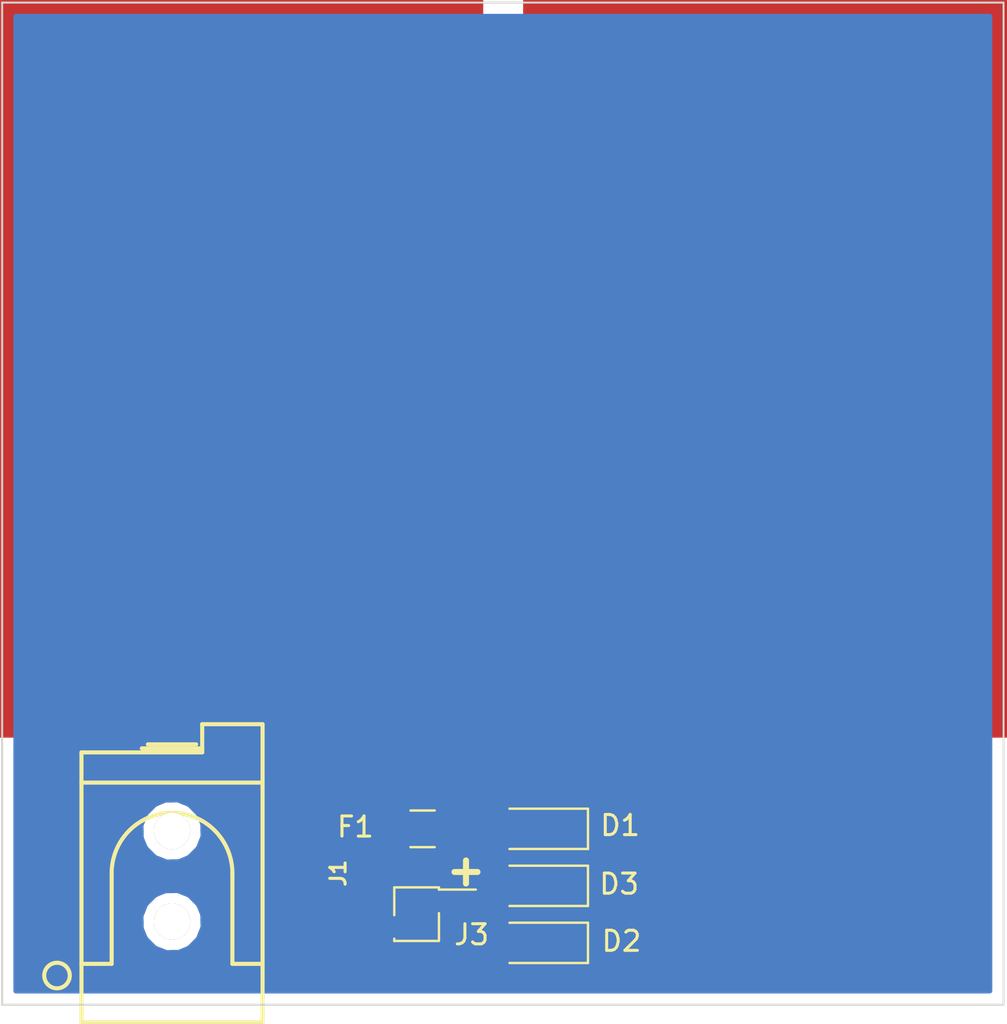
<source format=kicad_pcb>
(kicad_pcb (version 20171130) (host pcbnew 5.0.0-fee4fd1~66~ubuntu16.04.1)

  (general
    (thickness 1.6)
    (drawings 1)
    (tracks 33)
    (zones 0)
    (modules 7)
    (nets 5)
  )

  (page A4)
  (layers
    (0 F.Cu signal)
    (31 B.Cu signal)
    (32 B.Adhes user)
    (33 F.Adhes user)
    (34 B.Paste user)
    (35 F.Paste user)
    (36 B.SilkS user)
    (37 F.SilkS user)
    (38 B.Mask user)
    (39 F.Mask user)
    (40 Dwgs.User user)
    (41 Cmts.User user)
    (42 Eco1.User user)
    (43 Eco2.User user)
    (44 Edge.Cuts user)
    (45 Margin user)
    (46 B.CrtYd user)
    (47 F.CrtYd user)
    (48 B.Fab user)
    (49 F.Fab user)
  )

  (setup
    (last_trace_width 0.5)
    (trace_clearance 0.2)
    (zone_clearance 0.508)
    (zone_45_only no)
    (trace_min 0.2)
    (segment_width 0.2)
    (edge_width 0.15)
    (via_size 0.8)
    (via_drill 0.4)
    (via_min_size 0.4)
    (via_min_drill 0.3)
    (uvia_size 0.3)
    (uvia_drill 0.1)
    (uvias_allowed no)
    (uvia_min_size 0.2)
    (uvia_min_drill 0.1)
    (pcb_text_width 0.3)
    (pcb_text_size 1.5 1.5)
    (mod_edge_width 0.15)
    (mod_text_size 1 1)
    (mod_text_width 0.15)
    (pad_size 1.524 1.524)
    (pad_drill 0.762)
    (pad_to_mask_clearance 0.2)
    (aux_axis_origin 0 0)
    (visible_elements FFFFFF7F)
    (pcbplotparams
      (layerselection 0x010fc_ffffffff)
      (usegerberextensions false)
      (usegerberattributes false)
      (usegerberadvancedattributes false)
      (creategerberjobfile false)
      (excludeedgelayer true)
      (linewidth 0.150000)
      (plotframeref false)
      (viasonmask false)
      (mode 1)
      (useauxorigin false)
      (hpglpennumber 1)
      (hpglpenspeed 20)
      (hpglpendiameter 15.000000)
      (psnegative false)
      (psa4output false)
      (plotreference true)
      (plotvalue true)
      (plotinvisibletext false)
      (padsonsilk false)
      (subtractmaskfromsilk false)
      (outputformat 1)
      (mirror false)
      (drillshape 0)
      (scaleselection 1)
      (outputdirectory "gerbers"))
  )

  (net 0 "")
  (net 1 +)
  (net 2 -)
  (net 3 "Net-(D1-Pad2)")
  (net 4 "Net-(F1-Pad2)")

  (net_class Default "This is the default net class."
    (clearance 0.2)
    (trace_width 0.5)
    (via_dia 0.8)
    (via_drill 0.4)
    (uvia_dia 0.3)
    (uvia_drill 0.1)
    (add_net +)
    (add_net -)
    (add_net "Net-(D1-Pad2)")
    (add_net "Net-(F1-Pad2)")
  )

  (module KiCad/kicad-footprints/Connector_PinHeader_1.27mm.pretty:PinHeader_1x02_P1.27mm_Vertical_SMD_Pin1Right (layer F.Cu) (tedit 59FED6E3) (tstamp 5BD89210)
    (at 159.671 118.365)
    (descr "surface-mounted straight pin header, 1x02, 1.27mm pitch, single row, style 2 (pin 1 right)")
    (tags "Surface mounted pin header SMD 1x02 1.27mm single row style2 pin1 right")
    (path /5BB83186)
    (attr smd)
    (fp_text reference J3 (at 2.733 1.02) (layer F.SilkS)
      (effects (font (size 1 1) (thickness 0.15)))
    )
    (fp_text value Conn_01x02_Male (at 0 2.33) (layer F.Fab)
      (effects (font (size 1 1) (thickness 0.15)))
    )
    (fp_line (start 1.05 1.27) (end -1.05 1.27) (layer F.Fab) (width 0.1))
    (fp_line (start -1.05 -1.27) (end 0.615 -1.27) (layer F.Fab) (width 0.1))
    (fp_line (start 1.05 1.27) (end 1.05 -0.835) (layer F.Fab) (width 0.1))
    (fp_line (start 1.05 -0.835) (end 0.615 -1.27) (layer F.Fab) (width 0.1))
    (fp_line (start -1.05 -1.27) (end -1.05 1.27) (layer F.Fab) (width 0.1))
    (fp_line (start -1.05 0.435) (end -2.5 0.435) (layer F.Fab) (width 0.1))
    (fp_line (start -2.5 0.435) (end -2.5 0.835) (layer F.Fab) (width 0.1))
    (fp_line (start -2.5 0.835) (end -1.05 0.835) (layer F.Fab) (width 0.1))
    (fp_line (start 1.05 -0.835) (end 2.5 -0.835) (layer F.Fab) (width 0.1))
    (fp_line (start 2.5 -0.835) (end 2.5 -0.435) (layer F.Fab) (width 0.1))
    (fp_line (start 2.5 -0.435) (end 1.05 -0.435) (layer F.Fab) (width 0.1))
    (fp_line (start -1.11 -1.33) (end 1.11 -1.33) (layer F.SilkS) (width 0.12))
    (fp_line (start -1.11 1.33) (end 1.11 1.33) (layer F.SilkS) (width 0.12))
    (fp_line (start 1.11 -0.05) (end 1.11 1.32) (layer F.SilkS) (width 0.12))
    (fp_line (start -1.11 -1.32) (end -1.11 0.05) (layer F.SilkS) (width 0.12))
    (fp_line (start 1.11 -1.22) (end 2.94 -1.22) (layer F.SilkS) (width 0.12))
    (fp_line (start 1.11 -1.33) (end 1.11 -1.22) (layer F.SilkS) (width 0.12))
    (fp_line (start -1.11 1.22) (end -1.11 1.33) (layer F.SilkS) (width 0.12))
    (fp_line (start -3.5 -1.8) (end -3.5 1.8) (layer F.CrtYd) (width 0.05))
    (fp_line (start -3.5 1.8) (end 3.5 1.8) (layer F.CrtYd) (width 0.05))
    (fp_line (start 3.5 1.8) (end 3.5 -1.8) (layer F.CrtYd) (width 0.05))
    (fp_line (start 3.5 -1.8) (end -3.5 -1.8) (layer F.CrtYd) (width 0.05))
    (fp_text user %R (at 0 0 90) (layer F.Fab)
      (effects (font (size 1 1) (thickness 0.15)))
    )
    (pad 2 smd rect (at -1.5 0.635) (size 3 0.65) (layers F.Cu F.Paste F.Mask)
      (net 2 -))
    (pad 1 smd rect (at 1.5 -0.635) (size 3 0.65) (layers F.Cu F.Paste F.Mask)
      (net 4 "Net-(F1-Pad2)"))
    (model ${KISYS3DMOD}/Connector_PinHeader_1.27mm.3dshapes/PinHeader_1x02_P1.27mm_Vertical_SMD_Pin1Right.wrl
      (at (xyz 0 0 0))
      (scale (xyz 1 1 1))
      (rotate (xyz 0 0 0))
    )
  )

  (module mcous/kicad-lib/footprints/connect-sm.pretty:CUI-PJ-002AH-SMT_dc-barrel-jack (layer F.Cu) (tedit 0) (tstamp 5BD88C0B)
    (at 147.517 116.333 90)
    (path /5BB71AB0)
    (attr smd)
    (fp_text reference J1 (at 0 8.255 90) (layer F.SilkS)
      (effects (font (size 0.762 0.762) (thickness 0.1524)))
    )
    (fp_text value Barrel_Jack_MountingPin (at 0 0 90) (layer F.SilkS) hide
      (effects (font (size 0.762 0.762) (thickness 0.1524)))
    )
    (fp_circle (center -5.08 -5.715) (end -4.445 -5.715) (layer F.SilkS) (width 0.2032))
    (fp_line (start 4.5 -4.5) (end 4.5 4.5) (layer F.SilkS) (width 0.2032))
    (fp_line (start -4.5 4.5) (end -4.5 3) (layer F.SilkS) (width 0.2032))
    (fp_line (start -4.5 3) (end 0 3) (layer F.SilkS) (width 0.2032))
    (fp_line (start 0 -3) (end -4.5 -3) (layer F.SilkS) (width 0.2032))
    (fp_line (start -4.5 -3) (end -4.5 -4.5) (layer F.SilkS) (width 0.2032))
    (fp_arc (start 0 0) (end 3 0) (angle 90) (layer F.SilkS) (width 0.2032))
    (fp_arc (start 0 0) (end 0 -3) (angle 90) (layer F.SilkS) (width 0.2032))
    (fp_line (start 6.4 -1.2) (end 6.4 1.2) (layer F.SilkS) (width 0.2032))
    (fp_line (start 6.2 1.5) (end 6.2 -1.5) (layer F.SilkS) (width 0.2032))
    (fp_line (start 7.4 4.5) (end 7.4 1.5) (layer F.SilkS) (width 0.2032))
    (fp_line (start 7.4 1.5) (end 6 1.5) (layer F.SilkS) (width 0.2032))
    (fp_line (start 6 1.5) (end 6 -4.5) (layer F.SilkS) (width 0.2032))
    (fp_line (start 6 -4.5) (end -7.4 -4.5) (layer F.SilkS) (width 0.2032))
    (fp_line (start -7.4 4.5) (end 7.4 4.5) (layer F.SilkS) (width 0.2032))
    (fp_line (start -7.4 -4.5) (end -7.4 4.5) (layer F.SilkS) (width 0.2032))
    (pad 1 smd rect (at -2.4 -5.7 90) (size 2.8 2.4) (layers F.Cu F.Paste F.Mask)
      (net 4 "Net-(F1-Pad2)"))
    (pad 2 smd rect (at -2.4 5.7 90) (size 2.8 2.4) (layers F.Cu F.Paste F.Mask)
      (net 2 -))
    (pad 3 smd rect (at 3.7 5.7 90) (size 2.8 2.4) (layers F.Cu F.Paste F.Mask))
    (pad 1 smd rect (at 3.7 -5.7 90) (size 2.8 2.4) (layers F.Cu F.Paste F.Mask)
      (net 4 "Net-(F1-Pad2)"))
    (pad "" thru_hole circle (at -2.4 0 90) (size 1.8 1.8) (drill 1.8) (layers *.Cu *.Mask F.SilkS))
    (pad "" thru_hole circle (at 2.1 0 90) (size 1.8 1.8) (drill 1.8) (layers *.Cu *.Mask F.SilkS))
  )

  (module KiCad/kicad-footprints/Fuse.pretty:Fuse_1206_3216Metric (layer F.Cu) (tedit 5B301BBE) (tstamp 5BD88A53)
    (at 159.968 114.128 180)
    (descr "Fuse SMD 1206 (3216 Metric), square (rectangular) end terminal, IPC_7351 nominal, (Body size source: http://www.tortai-tech.com/upload/download/2011102023233369053.pdf), generated with kicad-footprint-generator")
    (tags resistor)
    (path /5BB8228B)
    (attr smd)
    (fp_text reference F1 (at 3.339 0.094 180) (layer F.SilkS)
      (effects (font (size 1 1) (thickness 0.15)))
    )
    (fp_text value Polyfuse (at 0 1.82 180) (layer F.Fab)
      (effects (font (size 1 1) (thickness 0.15)))
    )
    (fp_line (start -1.6 0.8) (end -1.6 -0.8) (layer F.Fab) (width 0.1))
    (fp_line (start -1.6 -0.8) (end 1.6 -0.8) (layer F.Fab) (width 0.1))
    (fp_line (start 1.6 -0.8) (end 1.6 0.8) (layer F.Fab) (width 0.1))
    (fp_line (start 1.6 0.8) (end -1.6 0.8) (layer F.Fab) (width 0.1))
    (fp_line (start -0.602064 -0.91) (end 0.602064 -0.91) (layer F.SilkS) (width 0.12))
    (fp_line (start -0.602064 0.91) (end 0.602064 0.91) (layer F.SilkS) (width 0.12))
    (fp_line (start -2.28 1.12) (end -2.28 -1.12) (layer F.CrtYd) (width 0.05))
    (fp_line (start -2.28 -1.12) (end 2.28 -1.12) (layer F.CrtYd) (width 0.05))
    (fp_line (start 2.28 -1.12) (end 2.28 1.12) (layer F.CrtYd) (width 0.05))
    (fp_line (start 2.28 1.12) (end -2.28 1.12) (layer F.CrtYd) (width 0.05))
    (fp_text user %R (at 0 0 180) (layer F.Fab)
      (effects (font (size 0.8 0.8) (thickness 0.12)))
    )
    (pad 1 smd roundrect (at -1.4 0 180) (size 1.25 1.75) (layers F.Cu F.Paste F.Mask) (roundrect_rratio 0.2)
      (net 3 "Net-(D1-Pad2)"))
    (pad 2 smd roundrect (at 1.4 0 180) (size 1.25 1.75) (layers F.Cu F.Paste F.Mask) (roundrect_rratio 0.2)
      (net 4 "Net-(F1-Pad2)"))
    (model ${KISYS3DMOD}/Fuse.3dshapes/Fuse_1206_3216Metric.wrl
      (at (xyz 0 0 0))
      (scale (xyz 1 1 1))
      (rotate (xyz 0 0 0))
    )
  )

  (module KiCad/kicad-footprints/Diode_SMD.pretty:D_SOD-123 (layer F.Cu) (tedit 58645DC7) (tstamp 5BD7835B)
    (at 165.936 116.959 180)
    (descr SOD-123)
    (tags SOD-123)
    (path /5BB72208)
    (attr smd)
    (fp_text reference D3 (at -3.801 0.09 180) (layer F.SilkS)
      (effects (font (size 1 1) (thickness 0.15)))
    )
    (fp_text value D (at 0 2.1 180) (layer F.Fab)
      (effects (font (size 1 1) (thickness 0.15)))
    )
    (fp_line (start -2.25 -1) (end 1.65 -1) (layer F.SilkS) (width 0.12))
    (fp_line (start -2.25 1) (end 1.65 1) (layer F.SilkS) (width 0.12))
    (fp_line (start -2.35 -1.15) (end -2.35 1.15) (layer F.CrtYd) (width 0.05))
    (fp_line (start 2.35 1.15) (end -2.35 1.15) (layer F.CrtYd) (width 0.05))
    (fp_line (start 2.35 -1.15) (end 2.35 1.15) (layer F.CrtYd) (width 0.05))
    (fp_line (start -2.35 -1.15) (end 2.35 -1.15) (layer F.CrtYd) (width 0.05))
    (fp_line (start -1.4 -0.9) (end 1.4 -0.9) (layer F.Fab) (width 0.1))
    (fp_line (start 1.4 -0.9) (end 1.4 0.9) (layer F.Fab) (width 0.1))
    (fp_line (start 1.4 0.9) (end -1.4 0.9) (layer F.Fab) (width 0.1))
    (fp_line (start -1.4 0.9) (end -1.4 -0.9) (layer F.Fab) (width 0.1))
    (fp_line (start -0.75 0) (end -0.35 0) (layer F.Fab) (width 0.1))
    (fp_line (start -0.35 0) (end -0.35 -0.55) (layer F.Fab) (width 0.1))
    (fp_line (start -0.35 0) (end -0.35 0.55) (layer F.Fab) (width 0.1))
    (fp_line (start -0.35 0) (end 0.25 -0.4) (layer F.Fab) (width 0.1))
    (fp_line (start 0.25 -0.4) (end 0.25 0.4) (layer F.Fab) (width 0.1))
    (fp_line (start 0.25 0.4) (end -0.35 0) (layer F.Fab) (width 0.1))
    (fp_line (start 0.25 0) (end 0.75 0) (layer F.Fab) (width 0.1))
    (fp_line (start -2.25 -1) (end -2.25 1) (layer F.SilkS) (width 0.12))
    (fp_text user %R (at 0 -2 180) (layer F.Fab)
      (effects (font (size 1 1) (thickness 0.15)))
    )
    (pad 2 smd rect (at 1.65 0 180) (size 0.9 1.2) (layers F.Cu F.Paste F.Mask)
      (net 3 "Net-(D1-Pad2)"))
    (pad 1 smd rect (at -1.65 0 180) (size 0.9 1.2) (layers F.Cu F.Paste F.Mask)
      (net 1 +))
    (model ${KISYS3DMOD}/Diode_SMD.3dshapes/D_SOD-123.wrl
      (at (xyz 0 0 0))
      (scale (xyz 1 1 1))
      (rotate (xyz 0 0 0))
    )
  )

  (module KiCad/kicad-footprints/Diode_SMD.pretty:D_SOD-123 (layer F.Cu) (tedit 58645DC7) (tstamp 5BD887A5)
    (at 165.936 119.79 180)
    (descr SOD-123)
    (tags SOD-123)
    (path /5BB721D0)
    (attr smd)
    (fp_text reference D2 (at -3.917 0.083 180) (layer F.SilkS)
      (effects (font (size 1 1) (thickness 0.15)))
    )
    (fp_text value D (at 0 2.1 180) (layer F.Fab)
      (effects (font (size 1 1) (thickness 0.15)))
    )
    (fp_line (start -2.25 -1) (end 1.65 -1) (layer F.SilkS) (width 0.12))
    (fp_line (start -2.25 1) (end 1.65 1) (layer F.SilkS) (width 0.12))
    (fp_line (start -2.35 -1.15) (end -2.35 1.15) (layer F.CrtYd) (width 0.05))
    (fp_line (start 2.35 1.15) (end -2.35 1.15) (layer F.CrtYd) (width 0.05))
    (fp_line (start 2.35 -1.15) (end 2.35 1.15) (layer F.CrtYd) (width 0.05))
    (fp_line (start -2.35 -1.15) (end 2.35 -1.15) (layer F.CrtYd) (width 0.05))
    (fp_line (start -1.4 -0.9) (end 1.4 -0.9) (layer F.Fab) (width 0.1))
    (fp_line (start 1.4 -0.9) (end 1.4 0.9) (layer F.Fab) (width 0.1))
    (fp_line (start 1.4 0.9) (end -1.4 0.9) (layer F.Fab) (width 0.1))
    (fp_line (start -1.4 0.9) (end -1.4 -0.9) (layer F.Fab) (width 0.1))
    (fp_line (start -0.75 0) (end -0.35 0) (layer F.Fab) (width 0.1))
    (fp_line (start -0.35 0) (end -0.35 -0.55) (layer F.Fab) (width 0.1))
    (fp_line (start -0.35 0) (end -0.35 0.55) (layer F.Fab) (width 0.1))
    (fp_line (start -0.35 0) (end 0.25 -0.4) (layer F.Fab) (width 0.1))
    (fp_line (start 0.25 -0.4) (end 0.25 0.4) (layer F.Fab) (width 0.1))
    (fp_line (start 0.25 0.4) (end -0.35 0) (layer F.Fab) (width 0.1))
    (fp_line (start 0.25 0) (end 0.75 0) (layer F.Fab) (width 0.1))
    (fp_line (start -2.25 -1) (end -2.25 1) (layer F.SilkS) (width 0.12))
    (fp_text user %R (at 0 -2 180) (layer F.Fab)
      (effects (font (size 1 1) (thickness 0.15)))
    )
    (pad 2 smd rect (at 1.65 0 180) (size 0.9 1.2) (layers F.Cu F.Paste F.Mask)
      (net 3 "Net-(D1-Pad2)"))
    (pad 1 smd rect (at -1.65 0 180) (size 0.9 1.2) (layers F.Cu F.Paste F.Mask)
      (net 1 +))
    (model ${KISYS3DMOD}/Diode_SMD.3dshapes/D_SOD-123.wrl
      (at (xyz 0 0 0))
      (scale (xyz 1 1 1))
      (rotate (xyz 0 0 0))
    )
  )

  (module drawings:base_outline (layer F.Cu) (tedit 5BB81AC7) (tstamp 5BD77FC3)
    (at 175.254 80.007)
    (path /5BB72019)
    (fp_text reference J2 (at 0 0) (layer F.SilkS) hide
      (effects (font (size 1.27 1.27) (thickness 0.15)))
    )
    (fp_text value Conn_01x01_Female (at 0 0) (layer F.SilkS) hide
      (effects (font (size 1.27 1.27) (thickness 0.15)))
    )
    (fp_line (start -36.177581 -6.90364) (end -36.177581 -6.90364) (layer Edge.Cuts) (width 0.1))
    (fp_line (start -36.177581 42.85551) (end -36.177581 -6.90364) (layer Edge.Cuts) (width 0.1))
    (fp_line (start 13.58157 42.85551) (end -36.177581 42.85551) (layer Edge.Cuts) (width 0.1))
    (fp_line (start 13.58157 -6.90364) (end 13.58157 42.85551) (layer Edge.Cuts) (width 0.1))
    (fp_line (start -36.177581 -6.90364) (end 13.58157 -6.90364) (layer Edge.Cuts) (width 0.1))
    (fp_poly (pts (xy 1.27 17.78) (xy -23.833667 17.78) (xy -23.833667 4.783666) (xy 1.27 4.783666)
      (xy 1.27 17.78)) (layer F.Mask) (width 0.01))
    (fp_poly (pts (xy 13.758333 29.591) (xy -10.287 29.591) (xy -10.287 17.78) (xy 1.27 17.78)
      (xy 1.27 11.938) (xy 0.973666 11.938) (xy 0.973666 17.483666) (xy -10.287 17.483666)
      (xy -10.287 5.08) (xy 0.973666 5.08) (xy 0.973666 10.625666) (xy 1.27 10.625666)
      (xy 1.27 4.783666) (xy -10.287 4.783666) (xy -10.287 -7.027334) (xy 13.758333 -7.027334)
      (xy 13.758333 29.591)) (layer F.Cu) (width 0.01))
    (fp_poly (pts (xy -12.276667 4.783364) (xy -18.044584 4.794098) (xy -23.8125 4.804833) (xy -23.823376 7.71525)
      (xy -23.834251 10.625666) (xy -23.537334 10.625666) (xy -23.537334 5.08) (xy -12.276667 5.08)
      (xy -12.276667 17.483666) (xy -23.537334 17.483666) (xy -23.537334 11.938) (xy -23.834251 11.938)
      (xy -23.823376 14.848416) (xy -23.8125 17.758833) (xy -18.044584 17.769567) (xy -12.276667 17.780302)
      (xy -12.276667 29.591) (xy -36.279667 29.591) (xy -36.279667 -7.027334) (xy -12.276667 -7.027334)
      (xy -12.276667 4.783364)) (layer F.Cu) (width 0.01))
  )

  (module KiCad/kicad-footprints/Diode_SMD.pretty:D_SOD-123 (layer F.Cu) (tedit 58645DC7) (tstamp 5BD77A44)
    (at 165.936 114.128 180)
    (descr SOD-123)
    (tags SOD-123)
    (path /5BB71E79)
    (attr smd)
    (fp_text reference D1 (at -3.847 0.167 180) (layer F.SilkS)
      (effects (font (size 1 1) (thickness 0.15)))
    )
    (fp_text value D (at 0 2.1 180) (layer F.Fab)
      (effects (font (size 1 1) (thickness 0.15)))
    )
    (fp_line (start -2.25 -1) (end 1.65 -1) (layer F.SilkS) (width 0.12))
    (fp_line (start -2.25 1) (end 1.65 1) (layer F.SilkS) (width 0.12))
    (fp_line (start -2.35 -1.15) (end -2.35 1.15) (layer F.CrtYd) (width 0.05))
    (fp_line (start 2.35 1.15) (end -2.35 1.15) (layer F.CrtYd) (width 0.05))
    (fp_line (start 2.35 -1.15) (end 2.35 1.15) (layer F.CrtYd) (width 0.05))
    (fp_line (start -2.35 -1.15) (end 2.35 -1.15) (layer F.CrtYd) (width 0.05))
    (fp_line (start -1.4 -0.9) (end 1.4 -0.9) (layer F.Fab) (width 0.1))
    (fp_line (start 1.4 -0.9) (end 1.4 0.9) (layer F.Fab) (width 0.1))
    (fp_line (start 1.4 0.9) (end -1.4 0.9) (layer F.Fab) (width 0.1))
    (fp_line (start -1.4 0.9) (end -1.4 -0.9) (layer F.Fab) (width 0.1))
    (fp_line (start -0.75 0) (end -0.35 0) (layer F.Fab) (width 0.1))
    (fp_line (start -0.35 0) (end -0.35 -0.55) (layer F.Fab) (width 0.1))
    (fp_line (start -0.35 0) (end -0.35 0.55) (layer F.Fab) (width 0.1))
    (fp_line (start -0.35 0) (end 0.25 -0.4) (layer F.Fab) (width 0.1))
    (fp_line (start 0.25 -0.4) (end 0.25 0.4) (layer F.Fab) (width 0.1))
    (fp_line (start 0.25 0.4) (end -0.35 0) (layer F.Fab) (width 0.1))
    (fp_line (start 0.25 0) (end 0.75 0) (layer F.Fab) (width 0.1))
    (fp_line (start -2.25 -1) (end -2.25 1) (layer F.SilkS) (width 0.12))
    (fp_text user %R (at 0 -2 180) (layer F.Fab)
      (effects (font (size 1 1) (thickness 0.15)))
    )
    (pad 2 smd rect (at 1.65 0 180) (size 0.9 1.2) (layers F.Cu F.Paste F.Mask)
      (net 3 "Net-(D1-Pad2)"))
    (pad 1 smd rect (at -1.65 0 180) (size 0.9 1.2) (layers F.Cu F.Paste F.Mask)
      (net 1 +))
    (model ${KISYS3DMOD}/Diode_SMD.3dshapes/D_SOD-123.wrl
      (at (xyz 0 0 0))
      (scale (xyz 1 1 1))
      (rotate (xyz 0 0 0))
    )
  )

  (gr_text + (at 162.125 116.164) (layer F.SilkS)
    (effects (font (size 1.5 1.5) (thickness 0.3)))
  )

  (segment (start 167.586 118.69) (end 167.575 118.679) (width 0.5) (layer F.Cu) (net 1))
  (segment (start 167.586 119.79) (end 167.586 118.69) (width 0.5) (layer F.Cu) (net 1))
  (segment (start 167.586 119.79) (end 167.586 114.256) (width 0.5) (layer F.Cu) (net 1))
  (segment (start 167.586 114.256) (end 167.563 114.233) (width 0.5) (layer F.Cu) (net 1))
  (segment (start 167.563 114.233) (end 167.563 114.167) (width 0.5) (layer F.Cu) (net 1))
  (segment (start 167.586 114.128) (end 167.586 113.028) (width 0.5) (layer F.Cu) (net 1))
  (segment (start 165.704 112.295) (end 162.257 108.848) (width 0.5) (layer F.Cu) (net 1))
  (segment (start 166.853 112.295) (end 165.704 112.295) (width 0.5) (layer F.Cu) (net 1))
  (segment (start 167.586 113.028) (end 166.853 112.295) (width 0.5) (layer F.Cu) (net 1))
  (segment (start 154.917 118.733) (end 157.906 121.722) (width 0.5) (layer F.Cu) (net 2))
  (segment (start 153.217 118.733) (end 154.917 118.733) (width 0.5) (layer F.Cu) (net 2))
  (segment (start 170.609 121.722) (end 173.537 118.794) (width 0.5) (layer F.Cu) (net 2))
  (segment (start 173.537 118.794) (end 173.537 107.573) (width 0.5) (layer F.Cu) (net 2))
  (segment (start 161.216 121.722) (end 170.609 121.722) (width 0.5) (layer F.Cu) (net 2))
  (segment (start 159.321 120.938) (end 159.321 121.722) (width 0.5) (layer F.Cu) (net 2))
  (segment (start 158.208 119.825) (end 159.321 120.938) (width 0.5) (layer F.Cu) (net 2))
  (segment (start 158.208 119) (end 158.208 119.825) (width 0.5) (layer F.Cu) (net 2))
  (segment (start 157.906 121.722) (end 159.321 121.722) (width 0.5) (layer F.Cu) (net 2))
  (segment (start 159.321 121.722) (end 161.216 121.722) (width 0.5) (layer F.Cu) (net 2))
  (segment (start 161.368 114.128) (end 164.203 114.128) (width 0.5) (layer F.Cu) (net 3))
  (segment (start 164.286 114.128) (end 164.286 119.794) (width 0.5) (layer F.Cu) (net 3))
  (segment (start 164.286 119.794) (end 164.261 119.819) (width 0.5) (layer F.Cu) (net 3))
  (segment (start 141.817 116.833) (end 141.755 116.771) (width 0.5) (layer F.Cu) (net 4))
  (segment (start 141.817 118.733) (end 141.817 116.833) (width 0.5) (layer F.Cu) (net 4))
  (segment (start 141.755 116.771) (end 141.755 112.384) (width 0.5) (layer F.Cu) (net 4))
  (segment (start 141.755 112.384) (end 141.617 112.384) (width 0.5) (layer F.Cu) (net 4))
  (segment (start 158.568 114.128) (end 156.515 116.181) (width 0.5) (layer F.Cu) (net 4))
  (segment (start 156.515 116.181) (end 145.142 116.181) (width 0.5) (layer F.Cu) (net 4))
  (segment (start 145.142 116.181) (end 142.005 113.044) (width 0.5) (layer F.Cu) (net 4))
  (segment (start 161.208 116.905) (end 158.515 114.212) (width 0.5) (layer F.Cu) (net 4))
  (segment (start 161.208 117.73) (end 161.208 116.905) (width 0.5) (layer F.Cu) (net 4))
  (segment (start 158.515 114.212) (end 158.51 114.212) (width 0.5) (layer F.Cu) (net 4))
  (segment (start 158.51 114.212) (end 158.497 114.199) (width 0.5) (layer F.Cu) (net 4))

  (zone (net 0) (net_name "") (layer B.Cu) (tstamp 5BD77D90) (hatch edge 0.508)
    (connect_pads (clearance 0.508))
    (min_thickness 0.254)
    (fill yes (arc_segments 16) (thermal_gap 0.508) (thermal_bridge_width 0.508))
    (polygon
      (pts
        (xy 139.054 73.084) (xy 139.073 122.808) (xy 188.816 122.81) (xy 188.814 73.073) (xy 188.816 73.071)
      )
    )
    (filled_polygon
      (pts
        (xy 188.150571 122.17751) (xy 139.761419 122.17751) (xy 139.761419 118.492336) (xy 145.970542 118.492336) (xy 145.982 118.765212)
        (xy 145.982 119.03833) (xy 145.994762 119.06914) (xy 145.996161 119.10246) (xy 146.180357 119.547148) (xy 146.194771 119.552004)
        (xy 146.21569 119.602507) (xy 146.647493 120.03431) (xy 146.697996 120.055229) (xy 146.702852 120.069643) (xy 146.959348 120.163485)
        (xy 147.21167 120.268) (xy 147.245018 120.268) (xy 147.276336 120.279458) (xy 147.549212 120.268) (xy 147.82233 120.268)
        (xy 147.85314 120.255238) (xy 147.88646 120.253839) (xy 148.331148 120.069643) (xy 148.336004 120.055229) (xy 148.386507 120.03431)
        (xy 148.81831 119.602507) (xy 148.839229 119.552004) (xy 148.853643 119.547148) (xy 148.947485 119.290652) (xy 149.052 119.03833)
        (xy 149.052 119.004982) (xy 149.063458 118.973664) (xy 149.052 118.700788) (xy 149.052 118.42767) (xy 149.039238 118.39686)
        (xy 149.037839 118.36354) (xy 148.853643 117.918852) (xy 148.839229 117.913996) (xy 148.81831 117.863493) (xy 148.386507 117.43169)
        (xy 148.336004 117.410771) (xy 148.331148 117.396357) (xy 148.074652 117.302515) (xy 147.82233 117.198) (xy 147.788982 117.198)
        (xy 147.757664 117.186542) (xy 147.484788 117.198) (xy 147.21167 117.198) (xy 147.18086 117.210762) (xy 147.14754 117.212161)
        (xy 146.702852 117.396357) (xy 146.697996 117.410771) (xy 146.647493 117.43169) (xy 146.21569 117.863493) (xy 146.194771 117.913996)
        (xy 146.180357 117.918852) (xy 146.086515 118.175348) (xy 145.982 118.42767) (xy 145.982 118.461018) (xy 145.970542 118.492336)
        (xy 139.761419 118.492336) (xy 139.761419 113.992336) (xy 145.970542 113.992336) (xy 145.982 114.265212) (xy 145.982 114.53833)
        (xy 145.994762 114.56914) (xy 145.996161 114.60246) (xy 146.180357 115.047148) (xy 146.194771 115.052004) (xy 146.21569 115.102507)
        (xy 146.647493 115.53431) (xy 146.697996 115.555229) (xy 146.702852 115.569643) (xy 146.959348 115.663485) (xy 147.21167 115.768)
        (xy 147.245018 115.768) (xy 147.276336 115.779458) (xy 147.549212 115.768) (xy 147.82233 115.768) (xy 147.85314 115.755238)
        (xy 147.88646 115.753839) (xy 148.331148 115.569643) (xy 148.336004 115.555229) (xy 148.386507 115.53431) (xy 148.81831 115.102507)
        (xy 148.839229 115.052004) (xy 148.853643 115.047148) (xy 148.947485 114.790652) (xy 149.052 114.53833) (xy 149.052 114.504982)
        (xy 149.063458 114.473664) (xy 149.052 114.200788) (xy 149.052 113.92767) (xy 149.039238 113.89686) (xy 149.037839 113.86354)
        (xy 148.853643 113.418852) (xy 148.839229 113.413996) (xy 148.81831 113.363493) (xy 148.386507 112.93169) (xy 148.336004 112.910771)
        (xy 148.331148 112.896357) (xy 148.074652 112.802515) (xy 147.82233 112.698) (xy 147.788982 112.698) (xy 147.757664 112.686542)
        (xy 147.484788 112.698) (xy 147.21167 112.698) (xy 147.18086 112.710762) (xy 147.14754 112.712161) (xy 146.702852 112.896357)
        (xy 146.697996 112.910771) (xy 146.647493 112.93169) (xy 146.21569 113.363493) (xy 146.194771 113.413996) (xy 146.180357 113.418852)
        (xy 146.086515 113.675348) (xy 145.982 113.92767) (xy 145.982 113.961018) (xy 145.970542 113.992336) (xy 139.761419 113.992336)
        (xy 139.761419 73.78836) (xy 188.15057 73.78836)
      )
    )
  )
)

</source>
